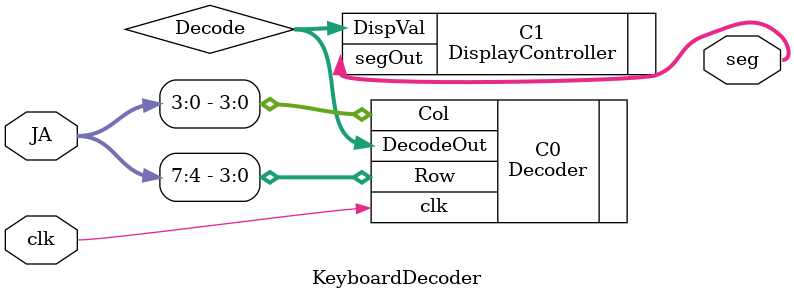
<source format=v>
`timescale 1ns / 1ps

// ==============================================================================================
// 												Define Module
// ==============================================================================================
module KeyboardDecoder(
    JA,
    //an,
	 clk,
    seg
    );
	 
	 
// ==============================================================================================
// 											Port Declarations
// ==============================================================================================
	input clk;					// 100Mhz onboard clock
	inout [7:0] JA;			// Port JA on Nexys3, JA[3:0] is Columns, JA[10:7] is rows
	//output [3:0] an;			// Anodes on seven segment display
	output [6:0] seg;			// Cathodes on seven segment display

// ==============================================================================================
// 							  		Parameters, Regsiters, and Wires
// ==============================================================================================
	
	// Output wires
	//wire [3:0] an;
	wire [6:0] seg;
	
	wire [3:0] Decode;
	
	// 40MHz clock
	//always begin
		//#12 clk = 0;
		//#48 clk = 1;
	//end

// ==============================================================================================
// 												Implementation
// ==============================================================================================

	//-----------------------------------------------
	//  						Decoder
	//-----------------------------------------------
	Decoder C0(
			.clk(clk),
			.Row(JA[7:4]),
			.Col(JA[3:0]),
			.DecodeOut(Decode)
	);

	//-----------------------------------------------
	//  		Seven Segment Display Controller
	//-----------------------------------------------
	DisplayController C1(
			.DispVal(Decode),
			//.anode(an),
			.segOut(seg)
	);

endmodule

</source>
